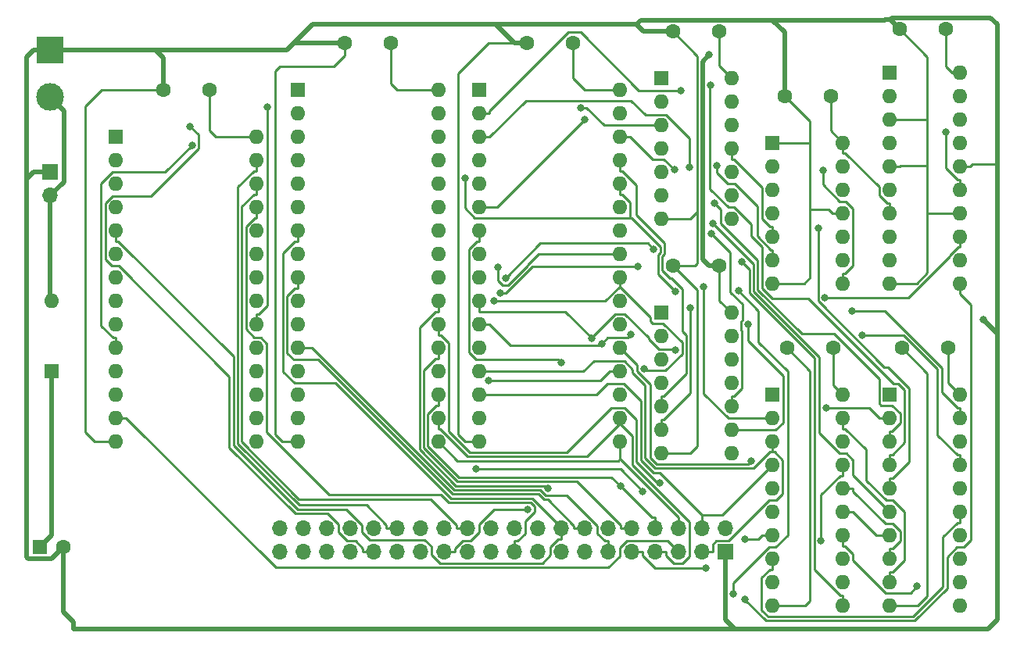
<source format=gbr>
%TF.GenerationSoftware,KiCad,Pcbnew,7.0.10*%
%TF.CreationDate,2024-01-08T21:25:52+01:00*%
%TF.ProjectId,p2000t-ram-expansion-board-1056kb,70323030-3074-42d7-9261-6d2d65787061,rev?*%
%TF.SameCoordinates,Original*%
%TF.FileFunction,Copper,L1,Top*%
%TF.FilePolarity,Positive*%
%FSLAX46Y46*%
G04 Gerber Fmt 4.6, Leading zero omitted, Abs format (unit mm)*
G04 Created by KiCad (PCBNEW 7.0.10) date 2024-01-08 21:25:52*
%MOMM*%
%LPD*%
G01*
G04 APERTURE LIST*
%TA.AperFunction,ComponentPad*%
%ADD10C,1.600000*%
%TD*%
%TA.AperFunction,ComponentPad*%
%ADD11R,1.600000X1.600000*%
%TD*%
%TA.AperFunction,ComponentPad*%
%ADD12O,1.600000X1.600000*%
%TD*%
%TA.AperFunction,ComponentPad*%
%ADD13R,1.700000X1.700000*%
%TD*%
%TA.AperFunction,ComponentPad*%
%ADD14O,1.700000X1.700000*%
%TD*%
%TA.AperFunction,ComponentPad*%
%ADD15R,3.000000X3.000000*%
%TD*%
%TA.AperFunction,ComponentPad*%
%ADD16C,3.000000*%
%TD*%
%TA.AperFunction,ViaPad*%
%ADD17C,0.800000*%
%TD*%
%TA.AperFunction,Conductor*%
%ADD18C,0.250000*%
%TD*%
%TA.AperFunction,Conductor*%
%ADD19C,0.500000*%
%TD*%
G04 APERTURE END LIST*
D10*
%TO.P,C1,1*%
%TO.N,+5V*%
X43140000Y-30480000D03*
%TO.P,C1,2*%
%TO.N,GND*%
X38140000Y-30480000D03*
%TD*%
D11*
%TO.P,U5,1,G*%
%TO.N,~{IORQ}*%
X116840000Y-28575000D03*
D12*
%TO.P,U5,2,P0*%
%TO.N,A0*%
X116840000Y-31115000D03*
%TO.P,U5,3,R0*%
%TO.N,GND*%
X116840000Y-33655000D03*
%TO.P,U5,4,P1*%
%TO.N,A1*%
X116840000Y-36195000D03*
%TO.P,U5,5,R1*%
%TO.N,GND*%
X116840000Y-38735000D03*
%TO.P,U5,6,P2*%
%TO.N,A2*%
X116840000Y-41275000D03*
%TO.P,U5,7,R2*%
%TO.N,+5V*%
X116840000Y-43815000D03*
%TO.P,U5,8,P3*%
%TO.N,A3*%
X116840000Y-46355000D03*
%TO.P,U5,9,R3*%
%TO.N,GND*%
X116840000Y-48895000D03*
%TO.P,U5,10,GND*%
X116840000Y-51435000D03*
%TO.P,U5,11,P4*%
%TO.N,A4*%
X124460000Y-51435000D03*
%TO.P,U5,12,R4*%
%TO.N,+5V*%
X124460000Y-48895000D03*
%TO.P,U5,13,P5*%
%TO.N,A5*%
X124460000Y-46355000D03*
%TO.P,U5,14,R5*%
%TO.N,GND*%
X124460000Y-43815000D03*
%TO.P,U5,15,P6*%
%TO.N,A6*%
X124460000Y-41275000D03*
%TO.P,U5,16,R6*%
%TO.N,GND*%
X124460000Y-38735000D03*
%TO.P,U5,17,P7*%
%TO.N,A7*%
X124460000Y-36195000D03*
%TO.P,U5,18,R7*%
%TO.N,+5V*%
X124460000Y-33655000D03*
%TO.P,U5,19,P=R*%
%TO.N,~{P=R}*%
X124460000Y-31115000D03*
%TO.P,U5,20,VCC*%
%TO.N,+5V*%
X124460000Y-28575000D03*
%TD*%
D11*
%TO.P,U2,1,A18*%
%TO.N,S5*%
X52705000Y-30480000D03*
D12*
%TO.P,U2,2,A16*%
%TO.N,S3*%
X52705000Y-33020000D03*
%TO.P,U2,3,A14*%
%TO.N,S1*%
X52705000Y-35560000D03*
%TO.P,U2,4,A12*%
%TO.N,A12*%
X52705000Y-38100000D03*
%TO.P,U2,5,A7*%
%TO.N,A7*%
X52705000Y-40640000D03*
%TO.P,U2,6,A6*%
%TO.N,A6*%
X52705000Y-43180000D03*
%TO.P,U2,7,A5*%
%TO.N,A5*%
X52705000Y-45720000D03*
%TO.P,U2,8,A4*%
%TO.N,A4*%
X52705000Y-48260000D03*
%TO.P,U2,9,A3*%
%TO.N,A3*%
X52705000Y-50800000D03*
%TO.P,U2,10,A2*%
%TO.N,A2*%
X52705000Y-53340000D03*
%TO.P,U2,11,A1*%
%TO.N,A1*%
X52705000Y-55880000D03*
%TO.P,U2,12,A0*%
%TO.N,A0*%
X52705000Y-58420000D03*
%TO.P,U2,13,DQ0*%
%TO.N,D0*%
X52705000Y-60960000D03*
%TO.P,U2,14,DQ1*%
%TO.N,D1*%
X52705000Y-63500000D03*
%TO.P,U2,15,DQ2*%
%TO.N,D2*%
X52705000Y-66040000D03*
%TO.P,U2,16,VSS*%
%TO.N,GND*%
X52705000Y-68580000D03*
%TO.P,U2,17,DQ3*%
%TO.N,D3*%
X67945000Y-68580000D03*
%TO.P,U2,18,DQ4*%
%TO.N,D4*%
X67945000Y-66040000D03*
%TO.P,U2,19,DQ5*%
%TO.N,D5*%
X67945000Y-63500000D03*
%TO.P,U2,20,DQ6*%
%TO.N,D6*%
X67945000Y-60960000D03*
%TO.P,U2,21,DQ7*%
%TO.N,D7*%
X67945000Y-58420000D03*
%TO.P,U2,22,CE#*%
%TO.N,~{CS1}*%
X67945000Y-55880000D03*
%TO.P,U2,23,A10*%
%TO.N,A10*%
X67945000Y-53340000D03*
%TO.P,U2,24,OE#*%
%TO.N,~{RD}*%
X67945000Y-50800000D03*
%TO.P,U2,25,A11*%
%TO.N,A11*%
X67945000Y-48260000D03*
%TO.P,U2,26,A9*%
%TO.N,A9*%
X67945000Y-45720000D03*
%TO.P,U2,27,A8*%
%TO.N,A8*%
X67945000Y-43180000D03*
%TO.P,U2,28,A13*%
%TO.N,S0*%
X67945000Y-40640000D03*
%TO.P,U2,29,WE#*%
%TO.N,~{WR}*%
X67945000Y-38100000D03*
%TO.P,U2,30,A17*%
%TO.N,S4*%
X67945000Y-35560000D03*
%TO.P,U2,31,A15*%
%TO.N,S2*%
X67945000Y-33020000D03*
%TO.P,U2,32,VCC*%
%TO.N,+5V*%
X67945000Y-30480000D03*
%TD*%
D10*
%TO.P,C9,1*%
%TO.N,+5V*%
X98345000Y-24130000D03*
%TO.P,C9,2*%
%TO.N,GND*%
X93345000Y-24130000D03*
%TD*%
%TO.P,C2,1*%
%TO.N,+5V*%
X122896000Y-23876000D03*
%TO.P,C2,2*%
%TO.N,GND*%
X117896000Y-23876000D03*
%TD*%
D11*
%TO.P,D1,1,K*%
%TO.N,+5V*%
X26075000Y-60960000D03*
D12*
%TO.P,D1,2,A*%
%TO.N,VCC*%
X26075000Y-53340000D03*
%TD*%
D10*
%TO.P,C5,1*%
%TO.N,+5V*%
X82510000Y-25400000D03*
%TO.P,C5,2*%
%TO.N,GND*%
X77510000Y-25400000D03*
%TD*%
%TO.P,C6,1*%
%TO.N,+5V*%
X62825000Y-25400000D03*
%TO.P,C6,2*%
%TO.N,GND*%
X57825000Y-25400000D03*
%TD*%
D11*
%TO.P,U1,1*%
%TO.N,GND*%
X104140000Y-36195000D03*
D12*
%TO.P,U1,2*%
%TO.N,unconnected-(U1-Pad2)*%
X104140000Y-38735000D03*
%TO.P,U1,3*%
%TO.N,Net-(U1-Pad3)*%
X104140000Y-41275000D03*
%TO.P,U1,4*%
%TO.N,Net-(U7-Cp)*%
X104140000Y-43815000D03*
%TO.P,U1,5*%
%TO.N,~{REN}*%
X104140000Y-46355000D03*
%TO.P,U1,6*%
%TO.N,Net-(U1-Pad6)*%
X104140000Y-48895000D03*
%TO.P,U1,7,GND*%
%TO.N,GND*%
X104140000Y-51435000D03*
%TO.P,U1,8*%
%TO.N,Net-(U1-Pad8)*%
X111760000Y-51435000D03*
%TO.P,U1,9*%
%TO.N,Net-(U1-Pad9)*%
X111760000Y-48895000D03*
%TO.P,U1,10*%
%TO.N,unconnected-(U1-Pad10)*%
X111760000Y-46355000D03*
%TO.P,U1,11*%
%TO.N,GND*%
X111760000Y-43815000D03*
%TO.P,U1,12*%
%TO.N,Net-(U1-Pad12)*%
X111760000Y-41275000D03*
%TO.P,U1,13*%
%TO.N,~{MRQ}*%
X111760000Y-38735000D03*
%TO.P,U1,14,VCC*%
%TO.N,+5V*%
X111760000Y-36195000D03*
%TD*%
D10*
%TO.P,C7,1*%
%TO.N,+5V*%
X110450000Y-31115000D03*
%TO.P,C7,2*%
%TO.N,GND*%
X105450000Y-31115000D03*
%TD*%
D11*
%TO.P,U8,1,A->B*%
%TO.N,+5V*%
X116850000Y-63500000D03*
D12*
%TO.P,U8,2,A0*%
%TO.N,S0*%
X116850000Y-66040000D03*
%TO.P,U8,3,A1*%
%TO.N,S1*%
X116850000Y-68580000D03*
%TO.P,U8,4,A2*%
%TO.N,S2*%
X116850000Y-71120000D03*
%TO.P,U8,5,A3*%
%TO.N,S3*%
X116850000Y-73660000D03*
%TO.P,U8,6,A4*%
%TO.N,S4*%
X116850000Y-76200000D03*
%TO.P,U8,7,A5*%
%TO.N,S5*%
X116850000Y-78740000D03*
%TO.P,U8,8,A6*%
%TO.N,S6*%
X116850000Y-81280000D03*
%TO.P,U8,9,A7*%
%TO.N,S7*%
X116850000Y-83820000D03*
%TO.P,U8,10,GND*%
%TO.N,GND*%
X116850000Y-86360000D03*
%TO.P,U8,11,B7*%
%TO.N,D7*%
X124470000Y-86360000D03*
%TO.P,U8,12,B6*%
%TO.N,D6*%
X124470000Y-83820000D03*
%TO.P,U8,13,B5*%
%TO.N,D5*%
X124470000Y-81280000D03*
%TO.P,U8,14,B4*%
%TO.N,D4*%
X124470000Y-78740000D03*
%TO.P,U8,15,B3*%
%TO.N,D3*%
X124470000Y-76200000D03*
%TO.P,U8,16,B2*%
%TO.N,D2*%
X124470000Y-73660000D03*
%TO.P,U8,17,B1*%
%TO.N,D1*%
X124470000Y-71120000D03*
%TO.P,U8,18,B0*%
%TO.N,D0*%
X124470000Y-68580000D03*
%TO.P,U8,19,CE*%
%TO.N,Net-(U8-CE)*%
X124470000Y-66040000D03*
%TO.P,U8,20,VCC*%
%TO.N,+5V*%
X124470000Y-63500000D03*
%TD*%
D11*
%TO.P,U9,1,A18*%
%TO.N,S5*%
X72385000Y-30480000D03*
D12*
%TO.P,U9,2,A16*%
%TO.N,S3*%
X72385000Y-33020000D03*
%TO.P,U9,3,A14*%
%TO.N,S1*%
X72385000Y-35560000D03*
%TO.P,U9,4,A12*%
%TO.N,A12*%
X72385000Y-38100000D03*
%TO.P,U9,5,A7*%
%TO.N,A7*%
X72385000Y-40640000D03*
%TO.P,U9,6,A6*%
%TO.N,A6*%
X72385000Y-43180000D03*
%TO.P,U9,7,A5*%
%TO.N,A5*%
X72385000Y-45720000D03*
%TO.P,U9,8,A4*%
%TO.N,A4*%
X72385000Y-48260000D03*
%TO.P,U9,9,A3*%
%TO.N,A3*%
X72385000Y-50800000D03*
%TO.P,U9,10,A2*%
%TO.N,A2*%
X72385000Y-53340000D03*
%TO.P,U9,11,A1*%
%TO.N,A1*%
X72385000Y-55880000D03*
%TO.P,U9,12,A0*%
%TO.N,A0*%
X72385000Y-58420000D03*
%TO.P,U9,13,DQ0*%
%TO.N,D0*%
X72385000Y-60960000D03*
%TO.P,U9,14,DQ1*%
%TO.N,D1*%
X72385000Y-63500000D03*
%TO.P,U9,15,DQ2*%
%TO.N,D2*%
X72385000Y-66040000D03*
%TO.P,U9,16,VSS*%
%TO.N,GND*%
X72385000Y-68580000D03*
%TO.P,U9,17,DQ3*%
%TO.N,D3*%
X87625000Y-68580000D03*
%TO.P,U9,18,DQ4*%
%TO.N,D4*%
X87625000Y-66040000D03*
%TO.P,U9,19,DQ5*%
%TO.N,D5*%
X87625000Y-63500000D03*
%TO.P,U9,20,DQ6*%
%TO.N,D6*%
X87625000Y-60960000D03*
%TO.P,U9,21,DQ7*%
%TO.N,D7*%
X87625000Y-58420000D03*
%TO.P,U9,22,CE#*%
%TO.N,~{CS2}*%
X87625000Y-55880000D03*
%TO.P,U9,23,A10*%
%TO.N,A10*%
X87625000Y-53340000D03*
%TO.P,U9,24,OE#*%
%TO.N,~{RD}*%
X87625000Y-50800000D03*
%TO.P,U9,25,A11*%
%TO.N,A11*%
X87625000Y-48260000D03*
%TO.P,U9,26,A9*%
%TO.N,A9*%
X87625000Y-45720000D03*
%TO.P,U9,27,A8*%
%TO.N,A8*%
X87625000Y-43180000D03*
%TO.P,U9,28,A13*%
%TO.N,S0*%
X87625000Y-40640000D03*
%TO.P,U9,29,WE#*%
%TO.N,~{WR}*%
X87625000Y-38100000D03*
%TO.P,U9,30,A17*%
%TO.N,S4*%
X87625000Y-35560000D03*
%TO.P,U9,31,A15*%
%TO.N,S2*%
X87625000Y-33020000D03*
%TO.P,U9,32,VCC*%
%TO.N,+5V*%
X87625000Y-30480000D03*
%TD*%
D11*
%TO.P,C3,1*%
%TO.N,+5V*%
X24805000Y-80010000D03*
D10*
%TO.P,C3,2*%
%TO.N,GND*%
X27305000Y-80010000D03*
%TD*%
%TO.P,C10,1*%
%TO.N,+5V*%
X110704000Y-58420000D03*
%TO.P,C10,2*%
%TO.N,GND*%
X105704000Y-58420000D03*
%TD*%
%TO.P,C4,1*%
%TO.N,+5V*%
X98385000Y-49530000D03*
%TO.P,C4,2*%
%TO.N,GND*%
X93385000Y-49530000D03*
%TD*%
D11*
%TO.P,U4,1,A14*%
%TO.N,S7*%
X33015000Y-35560000D03*
D12*
%TO.P,U4,2,A12*%
%TO.N,A12*%
X33015000Y-38100000D03*
%TO.P,U4,3,A7*%
%TO.N,A7*%
X33015000Y-40640000D03*
%TO.P,U4,4,A6*%
%TO.N,A6*%
X33015000Y-43180000D03*
%TO.P,U4,5,A5*%
%TO.N,A5*%
X33015000Y-45720000D03*
%TO.P,U4,6,A4*%
%TO.N,A4*%
X33015000Y-48260000D03*
%TO.P,U4,7,A3*%
%TO.N,A3*%
X33015000Y-50800000D03*
%TO.P,U4,8,A2*%
%TO.N,A2*%
X33015000Y-53340000D03*
%TO.P,U4,9,A1*%
%TO.N,A1*%
X33015000Y-55880000D03*
%TO.P,U4,10,A0*%
%TO.N,A0*%
X33015000Y-58420000D03*
%TO.P,U4,11,Q0*%
%TO.N,D0*%
X33015000Y-60960000D03*
%TO.P,U4,12,Q1*%
%TO.N,D1*%
X33015000Y-63500000D03*
%TO.P,U4,13,Q2*%
%TO.N,D2*%
X33015000Y-66040000D03*
%TO.P,U4,14,GND*%
%TO.N,GND*%
X33015000Y-68580000D03*
%TO.P,U4,15,Q3*%
%TO.N,D3*%
X48255000Y-68580000D03*
%TO.P,U4,16,Q4*%
%TO.N,D4*%
X48255000Y-66040000D03*
%TO.P,U4,17,Q5*%
%TO.N,D5*%
X48255000Y-63500000D03*
%TO.P,U4,18,Q6*%
%TO.N,D6*%
X48255000Y-60960000D03*
%TO.P,U4,19,Q7*%
%TO.N,D7*%
X48255000Y-58420000D03*
%TO.P,U4,20,~{CS}*%
%TO.N,~{CS3}*%
X48255000Y-55880000D03*
%TO.P,U4,21,A10*%
%TO.N,A10*%
X48255000Y-53340000D03*
%TO.P,U4,22,~{OE}*%
%TO.N,~{RD}*%
X48255000Y-50800000D03*
%TO.P,U4,23,A11*%
%TO.N,A11*%
X48255000Y-48260000D03*
%TO.P,U4,24,A9*%
%TO.N,A9*%
X48255000Y-45720000D03*
%TO.P,U4,25,A8*%
%TO.N,A8*%
X48255000Y-43180000D03*
%TO.P,U4,26,A13*%
%TO.N,A13*%
X48255000Y-40640000D03*
%TO.P,U4,27,~{WE}*%
%TO.N,~{WR}*%
X48255000Y-38100000D03*
%TO.P,U4,28,VCC*%
%TO.N,+5V*%
X48255000Y-35560000D03*
%TD*%
D13*
%TO.P,J2,1,Pin_1*%
%TO.N,GND*%
X25925000Y-39380000D03*
D14*
%TO.P,J2,2,Pin_2*%
%TO.N,VCC*%
X25925000Y-41920000D03*
%TD*%
D11*
%TO.P,U6,1*%
%TO.N,Net-(U3-Pad1)*%
X92085000Y-54605000D03*
D12*
%TO.P,U6,2*%
%TO.N,~{REN}*%
X92085000Y-57145000D03*
%TO.P,U6,3*%
%TO.N,Net-(U1-Pad9)*%
X92085000Y-59685000D03*
%TO.P,U6,4*%
%TO.N,~{P=R}*%
X92085000Y-62225000D03*
%TO.P,U6,5*%
%TO.N,~{WR}*%
X92085000Y-64765000D03*
%TO.P,U6,6*%
%TO.N,Net-(U1-Pad3)*%
X92085000Y-67305000D03*
%TO.P,U6,7,GND*%
%TO.N,GND*%
X92085000Y-69845000D03*
%TO.P,U6,8*%
%TO.N,~{CS1}*%
X99705000Y-69845000D03*
%TO.P,U6,9*%
%TO.N,Net-(U1-Pad9)*%
X99705000Y-67305000D03*
%TO.P,U6,10*%
%TO.N,S6*%
X99705000Y-64765000D03*
%TO.P,U6,11*%
%TO.N,Net-(U8-CE)*%
X99705000Y-62225000D03*
%TO.P,U6,12*%
%TO.N,~{RD}*%
X99705000Y-59685000D03*
%TO.P,U6,13*%
%TO.N,~{P=R}*%
X99705000Y-57145000D03*
%TO.P,U6,14,VCC*%
%TO.N,+5V*%
X99705000Y-54605000D03*
%TD*%
D10*
%TO.P,C8,1*%
%TO.N,+5V*%
X123150000Y-58420000D03*
%TO.P,C8,2*%
%TO.N,GND*%
X118150000Y-58420000D03*
%TD*%
D15*
%TO.P,J3,1,Pin_1*%
%TO.N,GND*%
X25925000Y-26172000D03*
D16*
%TO.P,J3,2,Pin_2*%
%TO.N,VCC*%
X25925000Y-31252000D03*
%TD*%
D11*
%TO.P,U3,1*%
%TO.N,Net-(U3-Pad1)*%
X92075000Y-29210000D03*
D12*
%TO.P,U3,2*%
%TO.N,Net-(U1-Pad6)*%
X92075000Y-31750000D03*
%TO.P,U3,3*%
%TO.N,~{CS3}*%
X92075000Y-34290000D03*
%TO.P,U3,4*%
%TO.N,Net-(U1-Pad8)*%
X92075000Y-36830000D03*
%TO.P,U3,5*%
%TO.N,S6*%
X92075000Y-39370000D03*
%TO.P,U3,6*%
%TO.N,~{CS2}*%
X92075000Y-41910000D03*
%TO.P,U3,7,GND*%
%TO.N,GND*%
X92075000Y-44450000D03*
%TO.P,U3,8*%
%TO.N,Net-(U3-Pad1)*%
X99695000Y-44450000D03*
%TO.P,U3,9*%
%TO.N,A13*%
X99695000Y-41910000D03*
%TO.P,U3,10*%
%TO.N,A14*%
X99695000Y-39370000D03*
%TO.P,U3,11*%
%TO.N,~{REN}*%
X99695000Y-36830000D03*
%TO.P,U3,12*%
%TO.N,Net-(U1-Pad12)*%
X99695000Y-34290000D03*
%TO.P,U3,13*%
%TO.N,RAMS2*%
X99695000Y-31750000D03*
%TO.P,U3,14,VCC*%
%TO.N,+5V*%
X99695000Y-29210000D03*
%TD*%
D11*
%TO.P,U7,1,~{Mr}*%
%TO.N,~{RES}*%
X104140000Y-63500000D03*
D12*
%TO.P,U7,2,Q0*%
%TO.N,S0*%
X104140000Y-66040000D03*
%TO.P,U7,3,D0*%
%TO.N,D0*%
X104140000Y-68580000D03*
%TO.P,U7,4,D1*%
%TO.N,D1*%
X104140000Y-71120000D03*
%TO.P,U7,5,Q1*%
%TO.N,S1*%
X104140000Y-73660000D03*
%TO.P,U7,6,Q2*%
%TO.N,S2*%
X104140000Y-76200000D03*
%TO.P,U7,7,D2*%
%TO.N,D2*%
X104140000Y-78740000D03*
%TO.P,U7,8,D3*%
%TO.N,D3*%
X104140000Y-81280000D03*
%TO.P,U7,9,Q3*%
%TO.N,S3*%
X104140000Y-83820000D03*
%TO.P,U7,10,GND*%
%TO.N,GND*%
X104140000Y-86360000D03*
%TO.P,U7,11,Cp*%
%TO.N,Net-(U7-Cp)*%
X111760000Y-86360000D03*
%TO.P,U7,12,Q4*%
%TO.N,S4*%
X111760000Y-83820000D03*
%TO.P,U7,13,D4*%
%TO.N,D4*%
X111760000Y-81280000D03*
%TO.P,U7,14,D5*%
%TO.N,D5*%
X111760000Y-78740000D03*
%TO.P,U7,15,Q5*%
%TO.N,S5*%
X111760000Y-76200000D03*
%TO.P,U7,16,Q6*%
%TO.N,S6*%
X111760000Y-73660000D03*
%TO.P,U7,17,D6*%
%TO.N,D6*%
X111760000Y-71120000D03*
%TO.P,U7,18,D7*%
%TO.N,D7*%
X111760000Y-68580000D03*
%TO.P,U7,19,Q7*%
%TO.N,S7*%
X111760000Y-66040000D03*
%TO.P,U7,20,VCC*%
%TO.N,+5V*%
X111760000Y-63500000D03*
%TD*%
D13*
%TO.P,J1,1,Pin_1*%
%TO.N,GND*%
X99055000Y-80518000D03*
D14*
%TO.P,J1,2,Pin_2*%
%TO.N,unconnected-(J1-Pin_2-Pad2)*%
X99055000Y-77978000D03*
%TO.P,J1,3,Pin_3*%
%TO.N,D0*%
X96515000Y-80518000D03*
%TO.P,J1,4,Pin_4*%
%TO.N,D1*%
X96515000Y-77978000D03*
%TO.P,J1,5,Pin_5*%
%TO.N,D2*%
X93975000Y-80518000D03*
%TO.P,J1,6,Pin_6*%
%TO.N,D3*%
X93975000Y-77978000D03*
%TO.P,J1,7,Pin_7*%
%TO.N,D4*%
X91435000Y-80518000D03*
%TO.P,J1,8,Pin_8*%
%TO.N,D5*%
X91435000Y-77978000D03*
%TO.P,J1,9,Pin_9*%
%TO.N,D6*%
X88895000Y-80518000D03*
%TO.P,J1,10,Pin_10*%
%TO.N,D7*%
X88895000Y-77978000D03*
%TO.P,J1,11,Pin_11*%
%TO.N,A0*%
X86355000Y-80518000D03*
%TO.P,J1,12,Pin_12*%
%TO.N,A1*%
X86355000Y-77978000D03*
%TO.P,J1,13,Pin_13*%
%TO.N,A2*%
X83815000Y-80518000D03*
%TO.P,J1,14,Pin_14*%
%TO.N,A3*%
X83815000Y-77978000D03*
%TO.P,J1,15,Pin_15*%
%TO.N,A4*%
X81275000Y-80518000D03*
%TO.P,J1,16,Pin_16*%
%TO.N,A5*%
X81275000Y-77978000D03*
%TO.P,J1,17,Pin_17*%
%TO.N,A6*%
X78735000Y-80518000D03*
%TO.P,J1,18,Pin_18*%
%TO.N,A7*%
X78735000Y-77978000D03*
%TO.P,J1,19,Pin_19*%
%TO.N,A8*%
X76195000Y-80518000D03*
%TO.P,J1,20,Pin_20*%
%TO.N,A9*%
X76195000Y-77978000D03*
%TO.P,J1,21,Pin_21*%
%TO.N,A10*%
X73655000Y-80518000D03*
%TO.P,J1,22,Pin_22*%
%TO.N,A11*%
X73655000Y-77978000D03*
%TO.P,J1,23,Pin_23*%
%TO.N,A12*%
X71115000Y-80518000D03*
%TO.P,J1,24,Pin_24*%
%TO.N,A13*%
X71115000Y-77978000D03*
%TO.P,J1,25,Pin_25*%
%TO.N,A14*%
X68575000Y-80518000D03*
%TO.P,J1,26,Pin_26*%
%TO.N,RAMS2*%
X68575000Y-77978000D03*
%TO.P,J1,27,Pin_27*%
%TO.N,~{MRQ}*%
X66035000Y-80518000D03*
%TO.P,J1,28,Pin_28*%
%TO.N,~{RD}*%
X66035000Y-77978000D03*
%TO.P,J1,29,Pin_29*%
%TO.N,unconnected-(J1-Pin_29-Pad29)*%
X63495000Y-80518000D03*
%TO.P,J1,30,Pin_30*%
%TO.N,~{WR}*%
X63495000Y-77978000D03*
%TO.P,J1,31,Pin_31*%
%TO.N,~{IORQ}*%
X60955000Y-80518000D03*
%TO.P,J1,32,Pin_32*%
%TO.N,unconnected-(J1-Pin_32-Pad32)*%
X60955000Y-77978000D03*
%TO.P,J1,33,Pin_33*%
%TO.N,unconnected-(J1-Pin_33-Pad33)*%
X58415000Y-80518000D03*
%TO.P,J1,34,Pin_34*%
%TO.N,~{RES}*%
X58415000Y-77978000D03*
%TO.P,J1,35,Pin_35*%
%TO.N,unconnected-(J1-Pin_35-Pad35)*%
X55875000Y-80518000D03*
%TO.P,J1,36,Pin_36*%
%TO.N,unconnected-(J1-Pin_36-Pad36)*%
X55875000Y-77978000D03*
%TO.P,J1,37,Pin_37*%
%TO.N,unconnected-(J1-Pin_37-Pad37)*%
X53335000Y-80518000D03*
%TO.P,J1,38,Pin_38*%
%TO.N,unconnected-(J1-Pin_38-Pad38)*%
X53335000Y-77978000D03*
%TO.P,J1,39,Pin_39*%
%TO.N,unconnected-(J1-Pin_39-Pad39)*%
X50795000Y-80518000D03*
%TO.P,J1,40,Pin_40*%
%TO.N,unconnected-(J1-Pin_40-Pad40)*%
X50795000Y-77978000D03*
%TD*%
D17*
%TO.N,Net-(U8-CE)*%
X112804100Y-54392700D03*
%TO.N,~{CS3}*%
X49439400Y-32315500D03*
X83377800Y-32369400D03*
%TO.N,S4*%
X93505600Y-39075500D03*
X97680700Y-44962400D03*
%TO.N,Net-(U1-Pad3)*%
X95274500Y-54050900D03*
%TO.N,S6*%
X97508900Y-45997700D03*
%TO.N,Net-(U1-Pad9)*%
X101507300Y-55849700D03*
%TO.N,S0*%
X109946000Y-64914700D03*
X70856200Y-40001500D03*
X93636100Y-52310400D03*
X96691600Y-51799300D03*
%TO.N,S3*%
X94194000Y-30510200D03*
X109086100Y-45440800D03*
%TO.N,Net-(U1-Pad8)*%
X109591500Y-39199000D03*
%TO.N,Net-(U1-Pad6)*%
X98151400Y-38678200D03*
%TO.N,Net-(U7-Cp)*%
X100785300Y-49083500D03*
%TO.N,~{CS1}*%
X91964200Y-73005000D03*
%TO.N,+5V*%
X97282000Y-26670000D03*
%TO.N,S2*%
X97463300Y-29906300D03*
%TO.N,S1*%
X95119200Y-38803100D03*
X97857800Y-42719300D03*
%TO.N,GND*%
X127000000Y-55372000D03*
%TO.N,~{RES}*%
X71996600Y-71548000D03*
X90096000Y-73960900D03*
%TO.N,~{IORQ}*%
X41087900Y-34399300D03*
%TO.N,~{RD}*%
X73966300Y-53333600D03*
X90232000Y-60674800D03*
%TO.N,~{MRQ}*%
X99905600Y-85083800D03*
X100468400Y-52218200D03*
%TO.N,RAMS2*%
X74636200Y-52506000D03*
X89583800Y-49598600D03*
%TO.N,A14*%
X77594400Y-75882700D03*
%TO.N,A13*%
X75214800Y-50872600D03*
X91290500Y-47751800D03*
%TO.N,A11*%
X74388800Y-49642400D03*
%TO.N,A10*%
X79867600Y-73631200D03*
%TO.N,A6*%
X122932900Y-35064700D03*
X83792900Y-33698600D03*
%TO.N,A5*%
X81275000Y-60035100D03*
X109815500Y-52978300D03*
%TO.N,A4*%
X101188600Y-85650800D03*
%TO.N,A2*%
X93634600Y-58607000D03*
X84551700Y-57363600D03*
%TO.N,A1*%
X85635700Y-57940900D03*
X88789700Y-56946200D03*
%TO.N,A0*%
X41275700Y-36447900D03*
%TO.N,D7*%
X101840100Y-70681500D03*
%TO.N,D6*%
X96932100Y-82228900D03*
X109404500Y-79335000D03*
X73412600Y-61952600D03*
%TO.N,D5*%
X87668700Y-73383400D03*
X119827600Y-84226800D03*
%TO.N,D2*%
X101187500Y-79116600D03*
%TO.N,D1*%
X113840800Y-57028200D03*
%TD*%
D18*
%TO.N,Net-(U8-CE)*%
X124188700Y-64914700D02*
X124470000Y-64914700D01*
X122531600Y-63257600D02*
X124188700Y-64914700D01*
X122531600Y-60573100D02*
X122531600Y-63257600D01*
X116351200Y-54392700D02*
X122531600Y-60573100D01*
X112804100Y-54392700D02*
X116351200Y-54392700D01*
X124470000Y-66040000D02*
X124470000Y-64914700D01*
%TO.N,S7*%
X112041300Y-67165300D02*
X111760000Y-67165300D01*
X114305000Y-69429000D02*
X112041300Y-67165300D01*
X114305000Y-72777000D02*
X114305000Y-69429000D01*
X116458000Y-74930000D02*
X114305000Y-72777000D01*
X117181300Y-74930000D02*
X116458000Y-74930000D01*
X118439900Y-76188600D02*
X117181300Y-74930000D01*
X118439900Y-81386100D02*
X118439900Y-76188600D01*
X117131300Y-82694700D02*
X118439900Y-81386100D01*
X116850000Y-82694700D02*
X117131300Y-82694700D01*
X116850000Y-83820000D02*
X116850000Y-82694700D01*
X111760000Y-66040000D02*
X111760000Y-67165300D01*
%TO.N,~{CS3}*%
X48255000Y-55880000D02*
X48255000Y-54754700D01*
X85910000Y-34290000D02*
X90949700Y-34290000D01*
X83989400Y-32369400D02*
X85910000Y-34290000D01*
X83377800Y-32369400D02*
X83989400Y-32369400D01*
X92075000Y-34290000D02*
X90949700Y-34290000D01*
X49439400Y-53851600D02*
X49439400Y-32315500D01*
X48536300Y-54754700D02*
X49439400Y-53851600D01*
X48255000Y-54754700D02*
X48536300Y-54754700D01*
D19*
%TO.N,VCC*%
X27425000Y-40420000D02*
X25925000Y-41920000D01*
X27425000Y-32752000D02*
X27425000Y-40420000D01*
X25925000Y-31252000D02*
X27425000Y-32752000D01*
X25925000Y-53190000D02*
X26075000Y-53340000D01*
X25925000Y-41920000D02*
X25925000Y-53190000D01*
D18*
%TO.N,S4*%
X92385500Y-37955400D02*
X93505600Y-39075500D01*
X91145700Y-37955400D02*
X92385500Y-37955400D01*
X88750300Y-35560000D02*
X91145700Y-37955400D01*
X87625000Y-35560000D02*
X88750300Y-35560000D01*
X112885400Y-72235400D02*
X116850000Y-76200000D01*
X112885400Y-70606500D02*
X112885400Y-72235400D01*
X112128900Y-69850000D02*
X112885400Y-70606500D01*
X111372200Y-69850000D02*
X112128900Y-69850000D01*
X109179400Y-67657200D02*
X111372200Y-69850000D01*
X109179400Y-59404900D02*
X109179400Y-67657200D01*
X102094500Y-52320000D02*
X109179400Y-59404900D01*
X102094500Y-49366700D02*
X102094500Y-52320000D01*
X97690200Y-44962400D02*
X102094500Y-49366700D01*
X97680700Y-44962400D02*
X97690200Y-44962400D01*
%TO.N,Net-(U1-Pad3)*%
X92085000Y-67305000D02*
X92085000Y-66179700D01*
X95274500Y-63271500D02*
X95274500Y-54050900D01*
X92366300Y-66179700D02*
X95274500Y-63271500D01*
X92085000Y-66179700D02*
X92366300Y-66179700D01*
%TO.N,S5*%
X111760000Y-76200000D02*
X112885300Y-76200000D01*
X115425300Y-78740000D02*
X115724700Y-78740000D01*
X112885300Y-76200000D02*
X115425300Y-78740000D01*
X116850000Y-78740000D02*
X115724700Y-78740000D01*
%TO.N,S6*%
X99705000Y-64765000D02*
X99705000Y-63639700D01*
X117131400Y-80154700D02*
X116850000Y-80154700D01*
X117975300Y-79310800D02*
X117131400Y-80154700D01*
X117975300Y-78259200D02*
X117975300Y-79310800D01*
X117186100Y-77470000D02*
X117975300Y-78259200D01*
X116414000Y-77470000D02*
X117186100Y-77470000D01*
X112885300Y-73941300D02*
X116414000Y-77470000D01*
X112885300Y-73660000D02*
X112885300Y-73941300D01*
X111760000Y-73660000D02*
X112885300Y-73660000D01*
X116850000Y-81280000D02*
X116850000Y-80154700D01*
X99986400Y-63639700D02*
X99705000Y-63639700D01*
X100830300Y-62795800D02*
X99986400Y-63639700D01*
X100830300Y-56546400D02*
X100830300Y-62795800D01*
X100775000Y-56491100D02*
X100830300Y-56546400D01*
X100775000Y-55527600D02*
X100775000Y-56491100D01*
X100873200Y-55429400D02*
X100775000Y-55527600D01*
X100873200Y-53649800D02*
X100873200Y-55429400D01*
X99574800Y-52351400D02*
X100873200Y-53649800D01*
X99574800Y-48063600D02*
X99574800Y-52351400D01*
X97508900Y-45997700D02*
X99574800Y-48063600D01*
%TO.N,Net-(U1-Pad9)*%
X101507300Y-57630200D02*
X101507300Y-55849700D01*
X105284200Y-61407100D02*
X101507300Y-57630200D01*
X105284200Y-66490400D02*
X105284200Y-61407100D01*
X104469600Y-67305000D02*
X105284200Y-66490400D01*
X99705000Y-67305000D02*
X104469600Y-67305000D01*
%TO.N,S0*%
X116850000Y-66040000D02*
X115724700Y-66040000D01*
X114599400Y-64914700D02*
X109946000Y-64914700D01*
X115724700Y-66040000D02*
X114599400Y-64914700D01*
X87625000Y-40640000D02*
X87625000Y-41765300D01*
X96691700Y-51799300D02*
X96691600Y-51799300D01*
X96691700Y-63383900D02*
X96691700Y-51799300D01*
X99347800Y-66040000D02*
X96691700Y-63383900D01*
X104140000Y-66040000D02*
X99347800Y-66040000D01*
X88750300Y-42609200D02*
X88750300Y-44305800D01*
X87906400Y-41765300D02*
X88750300Y-42609200D01*
X87625000Y-41765300D02*
X87906400Y-41765300D01*
X88870300Y-44305800D02*
X88750300Y-44305800D01*
X92015800Y-47451300D02*
X88870300Y-44305800D01*
X92015800Y-48052300D02*
X92015800Y-47451300D01*
X91775100Y-48293000D02*
X92015800Y-48052300D01*
X91775100Y-50449400D02*
X91775100Y-48293000D01*
X93636100Y-52310400D02*
X91775100Y-50449400D01*
X70856200Y-43259200D02*
X70856200Y-40001500D01*
X71902800Y-44305800D02*
X70856200Y-43259200D01*
X88750300Y-44305800D02*
X71902800Y-44305800D01*
%TO.N,S3*%
X116850000Y-73660000D02*
X116850000Y-72534700D01*
X72385000Y-33020000D02*
X73510300Y-33020000D01*
X89671900Y-30510200D02*
X94194000Y-30510200D01*
X83390800Y-24229100D02*
X89671900Y-30510200D01*
X82019900Y-24229100D02*
X83390800Y-24229100D01*
X73510300Y-32738700D02*
X82019900Y-24229100D01*
X73510300Y-33020000D02*
X73510300Y-32738700D01*
X109086100Y-53302600D02*
X109086100Y-45440800D01*
X116273500Y-60490000D02*
X109086100Y-53302600D01*
X116619300Y-60490000D02*
X116273500Y-60490000D01*
X118909000Y-62779700D02*
X116619300Y-60490000D01*
X118909000Y-70757000D02*
X118909000Y-62779700D01*
X117131300Y-72534700D02*
X118909000Y-70757000D01*
X116850000Y-72534700D02*
X117131300Y-72534700D01*
%TO.N,Net-(U1-Pad8)*%
X111760000Y-51435000D02*
X111760000Y-50309700D01*
X112041400Y-50309700D02*
X111760000Y-50309700D01*
X112885300Y-49465800D02*
X112041400Y-50309700D01*
X112885300Y-43348500D02*
X112885300Y-49465800D01*
X112081800Y-42545000D02*
X112885300Y-43348500D01*
X111432500Y-42545000D02*
X112081800Y-42545000D01*
X109591500Y-40704000D02*
X111432500Y-42545000D01*
X109591500Y-39199000D02*
X109591500Y-40704000D01*
%TO.N,Net-(U1-Pad6)*%
X104140000Y-48895000D02*
X104140000Y-47769700D01*
X98151400Y-39453400D02*
X98151400Y-38678200D01*
X99338000Y-40640000D02*
X98151400Y-39453400D01*
X100040200Y-40640000D02*
X99338000Y-40640000D01*
X102502600Y-43102400D02*
X100040200Y-40640000D01*
X102502600Y-46309100D02*
X102502600Y-43102400D01*
X103963100Y-47769600D02*
X102502600Y-46309100D01*
X103963100Y-47769700D02*
X103963100Y-47769600D01*
X104140000Y-47769700D02*
X103963100Y-47769700D01*
%TO.N,Net-(U7-Cp)*%
X111760000Y-86360000D02*
X111760000Y-85234700D01*
X111478700Y-85234700D02*
X111760000Y-85234700D01*
X108666800Y-82422800D02*
X111478700Y-85234700D01*
X108666800Y-59529200D02*
X108666800Y-82422800D01*
X101644200Y-52506600D02*
X108666800Y-59529200D01*
X101644200Y-49942400D02*
X101644200Y-52506600D01*
X100785300Y-49083500D02*
X101644200Y-49942400D01*
%TO.N,~{REN}*%
X103858600Y-45229700D02*
X104140000Y-45229700D01*
X103014700Y-44385800D02*
X103858600Y-45229700D01*
X103014700Y-40993700D02*
X103014700Y-44385800D01*
X99976300Y-37955300D02*
X103014700Y-40993700D01*
X99695000Y-37955300D02*
X99976300Y-37955300D01*
X99695000Y-36830000D02*
X99695000Y-37955300D01*
X104140000Y-46355000D02*
X104140000Y-45229700D01*
%TO.N,~{CS1}*%
X67945000Y-55880000D02*
X67945000Y-57005300D01*
X91703000Y-73005000D02*
X91964200Y-73005000D01*
X89433400Y-70735400D02*
X91703000Y-73005000D01*
X89433400Y-66198100D02*
X89433400Y-70735400D01*
X88139000Y-64903700D02*
X89433400Y-66198100D01*
X86671600Y-64903700D02*
X88139000Y-64903700D01*
X81861900Y-69713400D02*
X86671600Y-64903700D01*
X71334700Y-69713400D02*
X81861900Y-69713400D01*
X69070300Y-67449000D02*
X71334700Y-69713400D01*
X69070300Y-57849200D02*
X69070300Y-67449000D01*
X68226400Y-57005300D02*
X69070300Y-57849200D01*
X67945000Y-57005300D02*
X68226400Y-57005300D01*
%TO.N,+5V*%
X110704000Y-62444000D02*
X111760000Y-63500000D01*
X110704000Y-58420000D02*
X110704000Y-62444000D01*
X83820000Y-30480000D02*
X87625000Y-30480000D01*
X82510000Y-29170000D02*
X83820000Y-30480000D01*
X82510000Y-25400000D02*
X82510000Y-29170000D01*
X43815000Y-35560000D02*
X48255000Y-35560000D01*
X43140000Y-34885000D02*
X43815000Y-35560000D01*
X43140000Y-30480000D02*
X43140000Y-34885000D01*
X63500000Y-30480000D02*
X67945000Y-30480000D01*
X62825000Y-29805000D02*
X63500000Y-30480000D01*
X62825000Y-25400000D02*
X62825000Y-29805000D01*
X123150000Y-62180000D02*
X124470000Y-63500000D01*
X123150000Y-58420000D02*
X123150000Y-62180000D01*
D19*
X97282000Y-49530000D02*
X98385000Y-49530000D01*
X96587000Y-48835000D02*
X97282000Y-49530000D01*
X96587000Y-27365000D02*
X96587000Y-48835000D01*
X97282000Y-26670000D02*
X96587000Y-27365000D01*
D18*
X98345000Y-27860000D02*
X99695000Y-29210000D01*
X98345000Y-24130000D02*
X98345000Y-27860000D01*
X98385000Y-53285000D02*
X99705000Y-54605000D01*
X98385000Y-49530000D02*
X98385000Y-53285000D01*
D19*
X26075000Y-78740000D02*
X24805000Y-80010000D01*
X26075000Y-60960000D02*
X26075000Y-78740000D01*
D18*
X123571000Y-28575000D02*
X124460000Y-28575000D01*
X122896000Y-27900000D02*
X123571000Y-28575000D01*
X122896000Y-23876000D02*
X122896000Y-27900000D01*
X110450000Y-34885000D02*
X111760000Y-36195000D01*
X110450000Y-31115000D02*
X110450000Y-34885000D01*
X116558600Y-42689700D02*
X116840000Y-42689700D01*
X115714700Y-41845800D02*
X116558600Y-42689700D01*
X115714700Y-40993600D02*
X115714700Y-41845800D01*
X112041400Y-37320300D02*
X115714700Y-40993600D01*
X111760000Y-37320300D02*
X112041400Y-37320300D01*
X111760000Y-36195000D02*
X111760000Y-37320300D01*
X116840000Y-43815000D02*
X116840000Y-42689700D01*
%TO.N,S2*%
X116850000Y-71120000D02*
X116850000Y-69994700D01*
X97392000Y-29977600D02*
X97463300Y-29906300D01*
X97392000Y-41198600D02*
X97392000Y-29977600D01*
X99373400Y-43180000D02*
X97392000Y-41198600D01*
X100020200Y-43180000D02*
X99373400Y-43180000D01*
X101827200Y-44987000D02*
X100020200Y-43180000D01*
X101827200Y-46270600D02*
X101827200Y-44987000D01*
X102995200Y-47438600D02*
X101827200Y-46270600D01*
X102995200Y-51946900D02*
X102995200Y-47438600D01*
X104107400Y-53059100D02*
X102995200Y-51946900D01*
X108043900Y-53059100D02*
X104107400Y-53059100D01*
X117254300Y-62269500D02*
X108043900Y-53059100D01*
X117761900Y-62269500D02*
X117254300Y-62269500D01*
X118458600Y-62966200D02*
X117761900Y-62269500D01*
X118458600Y-68667400D02*
X118458600Y-62966200D01*
X117131300Y-69994700D02*
X118458600Y-68667400D01*
X116850000Y-69994700D02*
X117131300Y-69994700D01*
%TO.N,S1*%
X95119200Y-35666300D02*
X95119200Y-38803100D01*
X92583600Y-33130700D02*
X95119200Y-35666300D01*
X90368900Y-33130700D02*
X92583600Y-33130700D01*
X88843600Y-31605400D02*
X90368900Y-33130700D01*
X77464900Y-31605400D02*
X88843600Y-31605400D01*
X73510300Y-35560000D02*
X77464900Y-31605400D01*
X72385000Y-35560000D02*
X73510300Y-35560000D01*
X116850000Y-68580000D02*
X116850000Y-67454700D01*
X117054700Y-67454700D02*
X116850000Y-67454700D01*
X117999100Y-66510300D02*
X117054700Y-67454700D01*
X117999100Y-65530700D02*
X117999100Y-66510300D01*
X117093800Y-64625400D02*
X117999100Y-65530700D01*
X115915300Y-64625400D02*
X117093800Y-64625400D01*
X115724700Y-64434800D02*
X115915300Y-64625400D01*
X115724700Y-61816400D02*
X115724700Y-64434800D01*
X110809300Y-56901000D02*
X115724700Y-61816400D01*
X107312400Y-56901000D02*
X110809300Y-56901000D01*
X102544800Y-52133400D02*
X107312400Y-56901000D01*
X102544800Y-48891300D02*
X102544800Y-52133400D01*
X98569700Y-44916200D02*
X102544800Y-48891300D01*
X98569700Y-43431200D02*
X98569700Y-44916200D01*
X97857800Y-42719300D02*
X98569700Y-43431200D01*
%TO.N,GND*%
X73406000Y-25400000D02*
X76200000Y-25400000D01*
X70104000Y-28702000D02*
X73406000Y-25400000D01*
X70104000Y-67818000D02*
X70104000Y-28702000D01*
X70866000Y-68580000D02*
X70104000Y-67818000D01*
X72385000Y-68580000D02*
X70866000Y-68580000D01*
X57825000Y-26757000D02*
X57825000Y-25400000D01*
X56642000Y-27940000D02*
X57825000Y-26757000D01*
X50800000Y-27940000D02*
X56642000Y-27940000D01*
X50292000Y-28448000D02*
X50800000Y-27940000D01*
X50292000Y-67818000D02*
X50292000Y-28448000D01*
X51054000Y-68580000D02*
X50292000Y-67818000D01*
X52705000Y-68580000D02*
X51054000Y-68580000D01*
X31496000Y-30480000D02*
X38140000Y-30480000D01*
X29718000Y-32258000D02*
X31496000Y-30480000D01*
X29718000Y-67564000D02*
X29718000Y-32258000D01*
X30734000Y-68580000D02*
X29718000Y-67564000D01*
X33015000Y-68580000D02*
X30734000Y-68580000D01*
D19*
X25925000Y-26172000D02*
X37084000Y-26172000D01*
D18*
X96012000Y-43434000D02*
X96012000Y-43688000D01*
D19*
X116332000Y-22860000D02*
X116880000Y-22860000D01*
X116312000Y-22880000D02*
X116332000Y-22860000D01*
X104160000Y-22880000D02*
X116312000Y-22880000D01*
X127508000Y-88900000D02*
X100076000Y-88900000D01*
X128524000Y-87884000D02*
X127508000Y-88900000D01*
X128524000Y-56896000D02*
X128524000Y-87884000D01*
X76200000Y-25400000D02*
X77510000Y-25400000D01*
X128524000Y-56896000D02*
X127000000Y-55372000D01*
X89896000Y-22880000D02*
X104160000Y-22880000D01*
X89408000Y-23368000D02*
X89896000Y-22880000D01*
X74168000Y-23368000D02*
X89408000Y-23368000D01*
X116880000Y-22860000D02*
X117896000Y-23876000D01*
X24120000Y-39380000D02*
X25925000Y-39380000D01*
X23368000Y-40132000D02*
X24120000Y-39380000D01*
D18*
X107696000Y-86360000D02*
X104140000Y-86360000D01*
X108204000Y-85852000D02*
X107696000Y-86360000D01*
X108204000Y-60920000D02*
X108204000Y-85852000D01*
X105704000Y-58420000D02*
X108204000Y-60920000D01*
D19*
X90170000Y-24130000D02*
X93345000Y-24130000D01*
X89408000Y-23368000D02*
X90170000Y-24130000D01*
X38140000Y-26964000D02*
X38140000Y-30480000D01*
X37348000Y-26172000D02*
X38140000Y-26964000D01*
X37084000Y-26172000D02*
X37348000Y-26172000D01*
D18*
X95250000Y-44450000D02*
X92075000Y-44450000D01*
X96012000Y-43688000D02*
X95250000Y-44450000D01*
D19*
X54356000Y-23368000D02*
X74168000Y-23368000D01*
X52324000Y-25400000D02*
X54356000Y-23368000D01*
X74168000Y-23368000D02*
X76200000Y-25400000D01*
X105450000Y-24170000D02*
X105450000Y-31115000D01*
X104160000Y-22880000D02*
X105450000Y-24170000D01*
D18*
X119888000Y-86360000D02*
X116850000Y-86360000D01*
X120904000Y-85344000D02*
X119888000Y-86360000D01*
X120904000Y-61174000D02*
X120904000Y-85344000D01*
X118150000Y-58420000D02*
X120904000Y-61174000D01*
D19*
X24120000Y-26172000D02*
X25925000Y-26172000D01*
X23368000Y-26924000D02*
X24120000Y-26172000D01*
X23368000Y-40132000D02*
X23368000Y-26924000D01*
D18*
X96012000Y-26797000D02*
X96012000Y-43434000D01*
X93345000Y-24130000D02*
X96012000Y-26797000D01*
D19*
X99055000Y-87879000D02*
X99055000Y-80518000D01*
X100076000Y-88900000D02*
X99055000Y-87879000D01*
X52324000Y-25400000D02*
X57825000Y-25400000D01*
X27305000Y-86995000D02*
X27305000Y-80010000D01*
X28448000Y-88138000D02*
X27305000Y-86995000D01*
X28448000Y-88900000D02*
X28448000Y-88138000D01*
X100076000Y-88900000D02*
X28448000Y-88900000D01*
D18*
X95255000Y-69845000D02*
X92085000Y-69845000D01*
X96012000Y-69088000D02*
X95255000Y-69845000D01*
X96012000Y-52157000D02*
X96012000Y-69088000D01*
X93385000Y-49530000D02*
X96012000Y-52157000D01*
D19*
X23368000Y-81073000D02*
X23368000Y-40132000D01*
X23555000Y-81260000D02*
X23368000Y-81073000D01*
X26055000Y-81260000D02*
X23555000Y-81260000D01*
X27305000Y-80010000D02*
X26055000Y-81260000D01*
X37084000Y-26172000D02*
X37348000Y-26172000D01*
X51552000Y-26172000D02*
X52324000Y-25400000D01*
X37348000Y-26172000D02*
X51552000Y-26172000D01*
D18*
X96012000Y-43434000D02*
X96012000Y-43688000D01*
X95758000Y-49530000D02*
X93385000Y-49530000D01*
X96012000Y-49276000D02*
X95758000Y-49530000D01*
X96012000Y-43688000D02*
X96012000Y-49276000D01*
X76200000Y-25400000D02*
X77510000Y-25400000D01*
X108204000Y-33869000D02*
X108204000Y-36195000D01*
X105450000Y-31115000D02*
X108204000Y-33869000D01*
X124460000Y-43815000D02*
X120904000Y-43815000D01*
X119761000Y-51435000D02*
X116840000Y-51435000D01*
X120904000Y-50292000D02*
X119761000Y-51435000D01*
X120904000Y-43815000D02*
X120904000Y-50292000D01*
X105265300Y-36195000D02*
X108204000Y-36195000D01*
X104140000Y-36195000D02*
X105265300Y-36195000D01*
X120904000Y-38662600D02*
X120904000Y-43815000D01*
X118037700Y-38662600D02*
X117965300Y-38735000D01*
X120904000Y-38662600D02*
X118037700Y-38662600D01*
X116840000Y-38735000D02*
X117965300Y-38735000D01*
X120904000Y-33655000D02*
X116840000Y-33655000D01*
X120904000Y-26884000D02*
X120904000Y-33655000D01*
X117896000Y-23876000D02*
X120904000Y-26884000D01*
X120904000Y-33655000D02*
X120904000Y-38662600D01*
X108204000Y-36195000D02*
X108204000Y-43422300D01*
X107569000Y-51435000D02*
X104140000Y-51435000D01*
X108204000Y-50800000D02*
X107569000Y-51435000D01*
X108204000Y-43422300D02*
X108204000Y-50800000D01*
X110242000Y-43422300D02*
X110634700Y-43815000D01*
X108204000Y-43422300D02*
X110242000Y-43422300D01*
X111760000Y-43815000D02*
X110634700Y-43815000D01*
D19*
X128524000Y-23368000D02*
X128524000Y-38509800D01*
X127782000Y-22626000D02*
X128524000Y-23368000D01*
X117114000Y-22626000D02*
X127782000Y-22626000D01*
X116880000Y-22860000D02*
X117114000Y-22626000D01*
X128524000Y-38509800D02*
X128524000Y-56896000D01*
D18*
X125810500Y-38509800D02*
X125585300Y-38735000D01*
X128524000Y-38509800D02*
X125810500Y-38509800D01*
X124460000Y-38735000D02*
X125585300Y-38735000D01*
%TO.N,~{RES}*%
X87683100Y-71548000D02*
X90096000Y-73960900D01*
X71996600Y-71548000D02*
X87683100Y-71548000D01*
%TO.N,~{IORQ}*%
X60955000Y-80518000D02*
X59779700Y-80518000D01*
X59779700Y-80150600D02*
X59779700Y-80518000D01*
X58971800Y-79342700D02*
X59779700Y-80150600D01*
X58078700Y-79342700D02*
X58971800Y-79342700D01*
X57145000Y-78409000D02*
X58078700Y-79342700D01*
X57145000Y-77505400D02*
X57145000Y-78409000D01*
X55991800Y-76352200D02*
X57145000Y-77505400D01*
X52454200Y-76352200D02*
X55991800Y-76352200D01*
X45316500Y-69214500D02*
X52454200Y-76352200D01*
X45316500Y-61504000D02*
X45316500Y-69214500D01*
X33342500Y-49530000D02*
X45316500Y-61504000D01*
X32616000Y-49530000D02*
X33342500Y-49530000D01*
X31889600Y-48803600D02*
X32616000Y-49530000D01*
X31889600Y-42707700D02*
X31889600Y-48803600D01*
X32641900Y-41955400D02*
X31889600Y-42707700D01*
X36852500Y-41955400D02*
X32641900Y-41955400D01*
X42001100Y-36806800D02*
X36852500Y-41955400D01*
X42001100Y-35312500D02*
X42001100Y-36806800D01*
X41087900Y-34399300D02*
X42001100Y-35312500D01*
%TO.N,~{WR}*%
X87625000Y-38100000D02*
X87625000Y-39225300D01*
X92085000Y-64765000D02*
X92085000Y-63639700D01*
X87858900Y-39225300D02*
X87625000Y-39225300D01*
X89387300Y-40753700D02*
X87858900Y-39225300D01*
X89387300Y-43964400D02*
X89387300Y-40753700D01*
X92466100Y-47043200D02*
X89387300Y-43964400D01*
X92466100Y-48238900D02*
X92466100Y-47043200D01*
X92225400Y-48479600D02*
X92466100Y-48238900D01*
X92225400Y-50035300D02*
X92225400Y-48479600D01*
X93046400Y-50856300D02*
X92225400Y-50035300D01*
X93210400Y-50856300D02*
X93046400Y-50856300D01*
X94361400Y-52007300D02*
X93210400Y-50856300D01*
X94361400Y-56592800D02*
X94361400Y-52007300D01*
X94810200Y-57041600D02*
X94361400Y-56592800D01*
X94810200Y-61195900D02*
X94810200Y-57041600D01*
X92366400Y-63639700D02*
X94810200Y-61195900D01*
X92085000Y-63639700D02*
X92366400Y-63639700D01*
X47973700Y-39225300D02*
X48255000Y-39225300D01*
X46217100Y-40981900D02*
X47973700Y-39225300D01*
X46217100Y-68780000D02*
X46217100Y-40981900D01*
X52888600Y-75451500D02*
X46217100Y-68780000D01*
X60160500Y-75451500D02*
X52888600Y-75451500D01*
X62319700Y-77610700D02*
X60160500Y-75451500D01*
X62319700Y-77978000D02*
X62319700Y-77610700D01*
X63495000Y-77978000D02*
X62319700Y-77978000D01*
X48255000Y-38100000D02*
X48255000Y-39225300D01*
%TO.N,~{RD}*%
X86039700Y-53333600D02*
X87625000Y-51748300D01*
X73966300Y-53333600D02*
X86039700Y-53333600D01*
X87625000Y-50800000D02*
X87625000Y-51748300D01*
X90414000Y-60856800D02*
X90232000Y-60674800D01*
X92531900Y-60856800D02*
X90414000Y-60856800D01*
X94359900Y-59028800D02*
X92531900Y-60856800D01*
X94359900Y-57824900D02*
X94359900Y-59028800D01*
X92265400Y-55730400D02*
X94359900Y-57824900D01*
X91150300Y-55730400D02*
X92265400Y-55730400D01*
X90959700Y-55539800D02*
X91150300Y-55730400D01*
X90959700Y-55083000D02*
X90959700Y-55539800D01*
X87625000Y-51748300D02*
X90959700Y-55083000D01*
%TO.N,~{MRQ}*%
X102638500Y-54388300D02*
X100468400Y-52218200D01*
X102638500Y-57760500D02*
X102638500Y-54388300D01*
X105788000Y-60910000D02*
X102638500Y-57760500D01*
X105788000Y-78683500D02*
X105788000Y-60910000D01*
X104461500Y-80010000D02*
X105788000Y-78683500D01*
X103812500Y-80010000D02*
X104461500Y-80010000D01*
X99905600Y-83916900D02*
X103812500Y-80010000D01*
X99905600Y-85083800D02*
X99905600Y-83916900D01*
%TO.N,RAMS2*%
X75244100Y-52506000D02*
X74636200Y-52506000D01*
X78151400Y-49598700D02*
X75244100Y-52506000D01*
X78151400Y-49598600D02*
X78151400Y-49598700D01*
X89583800Y-49598600D02*
X78151400Y-49598600D01*
%TO.N,A14*%
X68575000Y-80518000D02*
X69750300Y-80518000D01*
X74007700Y-75882700D02*
X77594400Y-75882700D01*
X72385000Y-77505400D02*
X74007700Y-75882700D01*
X72385000Y-78409000D02*
X72385000Y-77505400D01*
X71451300Y-79342700D02*
X72385000Y-78409000D01*
X70558200Y-79342700D02*
X71451300Y-79342700D01*
X69750300Y-80150600D02*
X70558200Y-79342700D01*
X69750300Y-80518000D02*
X69750300Y-80150600D01*
%TO.N,A13*%
X90623900Y-47085200D02*
X91290500Y-47751800D01*
X79002200Y-47085200D02*
X90623900Y-47085200D01*
X75214800Y-50872600D02*
X79002200Y-47085200D01*
X48255000Y-40640000D02*
X48255000Y-41765300D01*
X71115000Y-77978000D02*
X69939700Y-77978000D01*
X48005500Y-41765300D02*
X48255000Y-41765300D01*
X46667400Y-43103400D02*
X48005500Y-41765300D01*
X46667400Y-68593400D02*
X46667400Y-43103400D01*
X52850200Y-74776200D02*
X46667400Y-68593400D01*
X67105200Y-74776200D02*
X52850200Y-74776200D01*
X69939700Y-77610700D02*
X67105200Y-74776200D01*
X69939700Y-77978000D02*
X69939700Y-77610700D01*
%TO.N,A11*%
X78773500Y-48260000D02*
X87625000Y-48260000D01*
X77646700Y-49386800D02*
X78773500Y-48260000D01*
X77646700Y-49466500D02*
X77646700Y-49386800D01*
X75485400Y-51627800D02*
X77646700Y-49466500D01*
X74943100Y-51627800D02*
X75485400Y-51627800D01*
X74388800Y-51073500D02*
X74943100Y-51627800D01*
X74388800Y-49642400D02*
X74388800Y-51073500D01*
%TO.N,A10*%
X67945000Y-53340000D02*
X67945000Y-54465300D01*
X79577100Y-73340700D02*
X79867600Y-73631200D01*
X69840300Y-73340700D02*
X79577100Y-73340700D01*
X65919100Y-69419500D02*
X69840300Y-73340700D01*
X65919100Y-56209900D02*
X65919100Y-69419500D01*
X67663700Y-54465300D02*
X65919100Y-56209900D01*
X67945000Y-54465300D02*
X67663700Y-54465300D01*
%TO.N,A8*%
X76195000Y-80518000D02*
X76195000Y-79342700D01*
X48255000Y-43180000D02*
X48255000Y-44305300D01*
X76562400Y-79342700D02*
X76195000Y-79342700D01*
X77370300Y-78534800D02*
X76562400Y-79342700D01*
X77370300Y-77211000D02*
X77370300Y-78534800D01*
X78371700Y-76209600D02*
X77370300Y-77211000D01*
X78371700Y-75594500D02*
X78371700Y-76209600D01*
X77934500Y-75157300D02*
X78371700Y-75594500D01*
X69109300Y-75157300D02*
X77934500Y-75157300D01*
X68237000Y-74285000D02*
X69109300Y-75157300D01*
X56087900Y-74285000D02*
X68237000Y-74285000D01*
X49380300Y-67577400D02*
X56087900Y-74285000D01*
X49380300Y-57953800D02*
X49380300Y-67577400D01*
X48721200Y-57294700D02*
X49380300Y-57953800D01*
X48021700Y-57294700D02*
X48721200Y-57294700D01*
X47129600Y-56402600D02*
X48021700Y-57294700D01*
X47129600Y-45231900D02*
X47129600Y-56402600D01*
X48056200Y-44305300D02*
X47129600Y-45231900D01*
X48255000Y-44305300D02*
X48056200Y-44305300D01*
%TO.N,A6*%
X124460000Y-41275000D02*
X124460000Y-40149700D01*
X72385000Y-43180000D02*
X73510300Y-43180000D01*
X74311500Y-43180000D02*
X83792900Y-33698600D01*
X73510300Y-43180000D02*
X74311500Y-43180000D01*
X122932900Y-38903900D02*
X122932900Y-35064700D01*
X124178700Y-40149700D02*
X122932900Y-38903900D01*
X124460000Y-40149700D02*
X124178700Y-40149700D01*
%TO.N,A5*%
X72385000Y-45720000D02*
X72385000Y-46845300D01*
X80929900Y-59690000D02*
X81275000Y-60035100D01*
X72027000Y-59690000D02*
X80929900Y-59690000D01*
X71250400Y-58913400D02*
X72027000Y-59690000D01*
X71250400Y-47698600D02*
X71250400Y-58913400D01*
X72103700Y-46845300D02*
X71250400Y-47698600D01*
X72385000Y-46845300D02*
X72103700Y-46845300D01*
X33015000Y-45720000D02*
X33015000Y-46845300D01*
X124460000Y-46355000D02*
X124460000Y-47480300D01*
X81275000Y-78024600D02*
X81275000Y-79153300D01*
X81275000Y-78024600D02*
X81275000Y-77978000D01*
X52705000Y-45720000D02*
X52705000Y-46845300D01*
X81275000Y-77860400D02*
X81275000Y-77978000D01*
X78121600Y-74707000D02*
X81275000Y-77860400D01*
X69295900Y-74707000D02*
X78121600Y-74707000D01*
X56818900Y-62230000D02*
X69295900Y-74707000D01*
X52373900Y-62230000D02*
X56818900Y-62230000D01*
X51127900Y-60984000D02*
X52373900Y-62230000D01*
X51127900Y-48141100D02*
X51127900Y-60984000D01*
X52423700Y-46845300D02*
X51127900Y-48141100D01*
X52705000Y-46845300D02*
X52423700Y-46845300D01*
X118873600Y-52978300D02*
X109815500Y-52978300D01*
X123334700Y-48517200D02*
X118873600Y-52978300D01*
X123334700Y-48387500D02*
X123334700Y-48517200D01*
X124241900Y-47480300D02*
X123334700Y-48387500D01*
X124460000Y-47480300D02*
X124241900Y-47480300D01*
X80907600Y-79153300D02*
X81275000Y-79153300D01*
X80099700Y-79961200D02*
X80907600Y-79153300D01*
X80099700Y-80834600D02*
X80099700Y-79961200D01*
X79207300Y-81727000D02*
X80099700Y-80834600D01*
X68113600Y-81727000D02*
X79207300Y-81727000D01*
X67210400Y-80823800D02*
X68113600Y-81727000D01*
X67210400Y-79937400D02*
X67210400Y-80823800D01*
X66487600Y-79214600D02*
X67210400Y-79937400D01*
X60507400Y-79214600D02*
X66487600Y-79214600D01*
X59685000Y-78392200D02*
X60507400Y-79214600D01*
X59685000Y-77571600D02*
X59685000Y-78392200D01*
X58015300Y-75901900D02*
X59685000Y-77571600D01*
X52696800Y-75901900D02*
X58015300Y-75901900D01*
X45766800Y-68971900D02*
X52696800Y-75901900D01*
X45766800Y-59315800D02*
X45766800Y-68971900D01*
X33296300Y-46845300D02*
X45766800Y-59315800D01*
X33015000Y-46845300D02*
X33296300Y-46845300D01*
%TO.N,A4*%
X124460000Y-51435000D02*
X124460000Y-52560300D01*
X101188700Y-85650800D02*
X101188600Y-85650800D01*
X101188700Y-85744200D02*
X101188700Y-85650800D01*
X103420000Y-87975500D02*
X101188700Y-85744200D01*
X119546300Y-87975500D02*
X103420000Y-87975500D01*
X123063500Y-84458300D02*
X119546300Y-87975500D01*
X123063500Y-81089000D02*
X123063500Y-84458300D01*
X124142500Y-80010000D02*
X123063500Y-81089000D01*
X124869000Y-80010000D02*
X124142500Y-80010000D01*
X125643000Y-79236000D02*
X124869000Y-80010000D01*
X125643000Y-53743300D02*
X125643000Y-79236000D01*
X124460000Y-52560300D02*
X125643000Y-53743300D01*
%TO.N,A3*%
X83815000Y-77978000D02*
X82639700Y-77978000D01*
X52705000Y-50800000D02*
X52705000Y-51925300D01*
X82639700Y-77657900D02*
X82639700Y-77978000D01*
X79788600Y-74806800D02*
X82639700Y-77657900D01*
X79380600Y-74806800D02*
X79788600Y-74806800D01*
X78830500Y-74256700D02*
X79380600Y-74806800D01*
X69482500Y-74256700D02*
X78830500Y-74256700D01*
X54915800Y-59690000D02*
X69482500Y-74256700D01*
X52303900Y-59690000D02*
X54915800Y-59690000D01*
X51579700Y-58965800D02*
X52303900Y-59690000D01*
X51579700Y-52769200D02*
X51579700Y-58965800D01*
X52423600Y-51925300D02*
X51579700Y-52769200D01*
X52705000Y-51925300D02*
X52423600Y-51925300D01*
%TO.N,A2*%
X72385000Y-53340000D02*
X72385000Y-54465300D01*
X81713600Y-54465300D02*
X84551700Y-57303400D01*
X72385000Y-54465300D02*
X81713600Y-54465300D01*
X93587200Y-58559600D02*
X93634600Y-58607000D01*
X91825200Y-58559600D02*
X93587200Y-58559600D01*
X90731800Y-57466200D02*
X91825200Y-58559600D01*
X90731800Y-57327900D02*
X90731800Y-57466200D01*
X88158500Y-54754600D02*
X90731800Y-57327900D01*
X87100500Y-54754600D02*
X88158500Y-54754600D01*
X84551700Y-57303400D02*
X87100500Y-54754600D01*
X84551700Y-57303400D02*
X84551700Y-57363600D01*
%TO.N,A1*%
X72385000Y-55880000D02*
X73510300Y-55880000D01*
X88441300Y-57294600D02*
X88789700Y-56946200D01*
X86282000Y-57294600D02*
X88441300Y-57294600D01*
X85635700Y-57940900D02*
X86282000Y-57294600D01*
X75735400Y-58105100D02*
X73510300Y-55880000D01*
X85471500Y-58105100D02*
X75735400Y-58105100D01*
X85635700Y-57940900D02*
X85471500Y-58105100D01*
%TO.N,A0*%
X33015000Y-58420000D02*
X33015000Y-57294700D01*
X32733700Y-57294700D02*
X33015000Y-57294700D01*
X31439300Y-56000300D02*
X32733700Y-57294700D01*
X31439300Y-40618100D02*
X31439300Y-56000300D01*
X32687500Y-39369900D02*
X31439300Y-40618100D01*
X38353700Y-39369900D02*
X32687500Y-39369900D01*
X41275700Y-36447900D02*
X38353700Y-39369900D01*
X86355000Y-80518000D02*
X86355000Y-79342700D01*
X85987600Y-79342700D02*
X86355000Y-79342700D01*
X85179700Y-78534800D02*
X85987600Y-79342700D01*
X85179700Y-77661500D02*
X85179700Y-78534800D01*
X81874700Y-74356500D02*
X85179700Y-77661500D01*
X79567200Y-74356500D02*
X81874700Y-74356500D01*
X79001700Y-73791000D02*
X79567200Y-74356500D01*
X69653700Y-73791000D02*
X79001700Y-73791000D01*
X54282700Y-58420000D02*
X69653700Y-73791000D01*
X52705000Y-58420000D02*
X54282700Y-58420000D01*
%TO.N,D7*%
X101537500Y-70984100D02*
X101840100Y-70681500D01*
X91600000Y-70984100D02*
X101537500Y-70984100D01*
X90943500Y-70327600D02*
X91600000Y-70984100D01*
X90943500Y-62412000D02*
X90943500Y-70327600D01*
X89446000Y-60914500D02*
X90943500Y-62412000D01*
X89446000Y-60241000D02*
X89446000Y-60914500D01*
X87625000Y-58420000D02*
X89446000Y-60241000D01*
X88895000Y-77978000D02*
X87719700Y-77978000D01*
X67945000Y-58420000D02*
X67945000Y-59545300D01*
X87719700Y-77610700D02*
X87719700Y-77978000D01*
X82999400Y-72890400D02*
X87719700Y-77610700D01*
X70026900Y-72890400D02*
X82999400Y-72890400D01*
X66369400Y-69232900D02*
X70026900Y-72890400D01*
X66369400Y-60839500D02*
X66369400Y-69232900D01*
X67663600Y-59545300D02*
X66369400Y-60839500D01*
X67945000Y-59545300D02*
X67663600Y-59545300D01*
%TO.N,D6*%
X111760000Y-71120000D02*
X111760000Y-72245300D01*
X91413900Y-82228900D02*
X96932100Y-82228900D01*
X90070300Y-80885300D02*
X91413900Y-82228900D01*
X90070300Y-80518000D02*
X90070300Y-80885300D01*
X88895000Y-80518000D02*
X90070300Y-80518000D01*
X109404500Y-74319500D02*
X109404500Y-79335000D01*
X111478700Y-72245300D02*
X109404500Y-74319500D01*
X111760000Y-72245300D02*
X111478700Y-72245300D01*
X85507100Y-61952600D02*
X73412600Y-61952600D01*
X86499700Y-60960000D02*
X85507100Y-61952600D01*
X87625000Y-60960000D02*
X86499700Y-60960000D01*
%TO.N,D5*%
X91435000Y-77978000D02*
X91435000Y-76802700D01*
X119109000Y-84945400D02*
X119827600Y-84226800D01*
X116372100Y-84945400D02*
X119109000Y-84945400D01*
X112885300Y-81458600D02*
X116372100Y-84945400D01*
X112885300Y-80709200D02*
X112885300Y-81458600D01*
X112041400Y-79865300D02*
X112885300Y-80709200D01*
X111760000Y-79865300D02*
X112041400Y-79865300D01*
X111760000Y-78740000D02*
X111760000Y-79865300D01*
X67945000Y-63500000D02*
X67945000Y-64625300D01*
X91088000Y-76802700D02*
X87668700Y-73383400D01*
X91435000Y-76802700D02*
X91088000Y-76802700D01*
X86725300Y-72440000D02*
X87668700Y-73383400D01*
X70213400Y-72440000D02*
X86725300Y-72440000D01*
X66819700Y-69046300D02*
X70213400Y-72440000D01*
X66819700Y-65557800D02*
X66819700Y-69046300D01*
X67752200Y-64625300D02*
X66819700Y-65557800D01*
X67945000Y-64625300D02*
X67752200Y-64625300D01*
%TO.N,D4*%
X87625000Y-66040000D02*
X87625000Y-66602600D01*
X67945000Y-66040000D02*
X67945000Y-67165300D01*
X91435000Y-80518000D02*
X92610300Y-80518000D01*
X92610300Y-80885300D02*
X92610300Y-80518000D01*
X93470300Y-81745300D02*
X92610300Y-80885300D01*
X94410000Y-81745300D02*
X93470300Y-81745300D01*
X95168200Y-80987100D02*
X94410000Y-81745300D01*
X95168200Y-77312100D02*
X95168200Y-80987100D01*
X88983100Y-71127000D02*
X95168200Y-77312100D01*
X88983100Y-67960700D02*
X88983100Y-71127000D01*
X87625000Y-66602600D02*
X88983100Y-67960700D01*
X84063900Y-70163700D02*
X87625000Y-66602600D01*
X71148100Y-70163700D02*
X84063900Y-70163700D01*
X68149700Y-67165300D02*
X71148100Y-70163700D01*
X67945000Y-67165300D02*
X68149700Y-67165300D01*
%TO.N,D3*%
X124188700Y-77325300D02*
X124470000Y-77325300D01*
X122613100Y-78900900D02*
X124188700Y-77325300D01*
X122613100Y-84271800D02*
X122613100Y-78900900D01*
X119389900Y-87495000D02*
X122613100Y-84271800D01*
X103661700Y-87495000D02*
X119389900Y-87495000D01*
X102969900Y-86803200D02*
X103661700Y-87495000D01*
X102969900Y-83294100D02*
X102969900Y-86803200D01*
X103858700Y-82405300D02*
X102969900Y-83294100D01*
X104140000Y-82405300D02*
X103858700Y-82405300D01*
X104140000Y-81280000D02*
X104140000Y-82405300D01*
X124470000Y-76200000D02*
X124470000Y-77325300D01*
X93975000Y-77978000D02*
X93975000Y-76802700D01*
X87412900Y-70664800D02*
X87625000Y-70452700D01*
X70029800Y-70664800D02*
X87412900Y-70664800D01*
X67945000Y-68580000D02*
X70029800Y-70664800D01*
X93975000Y-76802700D02*
X87625000Y-70452700D01*
X87625000Y-70452700D02*
X87625000Y-68580000D01*
%TO.N,D2*%
X102638100Y-79116600D02*
X103014700Y-78740000D01*
X101187500Y-79116600D02*
X102638100Y-79116600D01*
X104140000Y-78740000D02*
X103014700Y-78740000D01*
X50325200Y-82224900D02*
X34140300Y-66040000D01*
X86377700Y-82224900D02*
X50325200Y-82224900D01*
X87625000Y-80977600D02*
X86377700Y-82224900D01*
X87625000Y-80087000D02*
X87625000Y-80977600D01*
X88369400Y-79342600D02*
X87625000Y-80087000D01*
X92799600Y-79342600D02*
X88369400Y-79342600D01*
X93975000Y-80518000D02*
X92799600Y-79342600D01*
X33015000Y-66040000D02*
X34140300Y-66040000D01*
%TO.N,D1*%
X124470000Y-71120000D02*
X124470000Y-69994700D01*
X124188400Y-69994700D02*
X124470000Y-69994700D01*
X122026700Y-67833000D02*
X124188400Y-69994700D01*
X122026700Y-60705100D02*
X122026700Y-67833000D01*
X118349800Y-57028200D02*
X122026700Y-60705100D01*
X113840800Y-57028200D02*
X118349800Y-57028200D01*
X98731500Y-76528500D02*
X96515000Y-76528500D01*
X104140000Y-71120000D02*
X98731500Y-76528500D01*
X91909400Y-71922900D02*
X96515000Y-76528500D01*
X91257800Y-71922900D02*
X91909400Y-71922900D01*
X89883800Y-70548900D02*
X91257800Y-71922900D01*
X89883800Y-64134800D02*
X89883800Y-70548900D01*
X88063800Y-62314800D02*
X89883800Y-64134800D01*
X86274900Y-62314800D02*
X88063800Y-62314800D01*
X85089700Y-63500000D02*
X86274900Y-62314800D01*
X72385000Y-63500000D02*
X85089700Y-63500000D01*
X96515000Y-76528500D02*
X96515000Y-77978000D01*
%TO.N,D0*%
X96515000Y-80518000D02*
X97690300Y-80518000D01*
X104140000Y-68580000D02*
X104140000Y-69634400D01*
X104350500Y-69634400D02*
X104140000Y-69634400D01*
X105265300Y-70549200D02*
X104350500Y-69634400D01*
X105265300Y-74206600D02*
X105265300Y-70549200D01*
X104541900Y-74930000D02*
X105265300Y-74206600D01*
X103818300Y-74930000D02*
X104541900Y-74930000D01*
X99405600Y-79342700D02*
X103818300Y-74930000D01*
X98057500Y-79342700D02*
X99405600Y-79342700D01*
X97690300Y-79709900D02*
X98057500Y-79342700D01*
X97690300Y-80518000D02*
X97690300Y-79709900D01*
X72385000Y-60960000D02*
X73510300Y-60960000D01*
X103913000Y-69634400D02*
X104140000Y-69634400D01*
X102113000Y-71434400D02*
X103913000Y-69634400D01*
X91413400Y-71434400D02*
X102113000Y-71434400D01*
X90334100Y-70355100D02*
X91413400Y-71434400D01*
X90334100Y-62439500D02*
X90334100Y-70355100D01*
X88995700Y-61101100D02*
X90334100Y-62439500D01*
X88995700Y-60721500D02*
X88995700Y-61101100D01*
X88090000Y-59815800D02*
X88995700Y-60721500D01*
X84813400Y-59815800D02*
X88090000Y-59815800D01*
X83669200Y-60960000D02*
X84813400Y-59815800D01*
X73510300Y-60960000D02*
X83669200Y-60960000D01*
%TD*%
M02*

</source>
